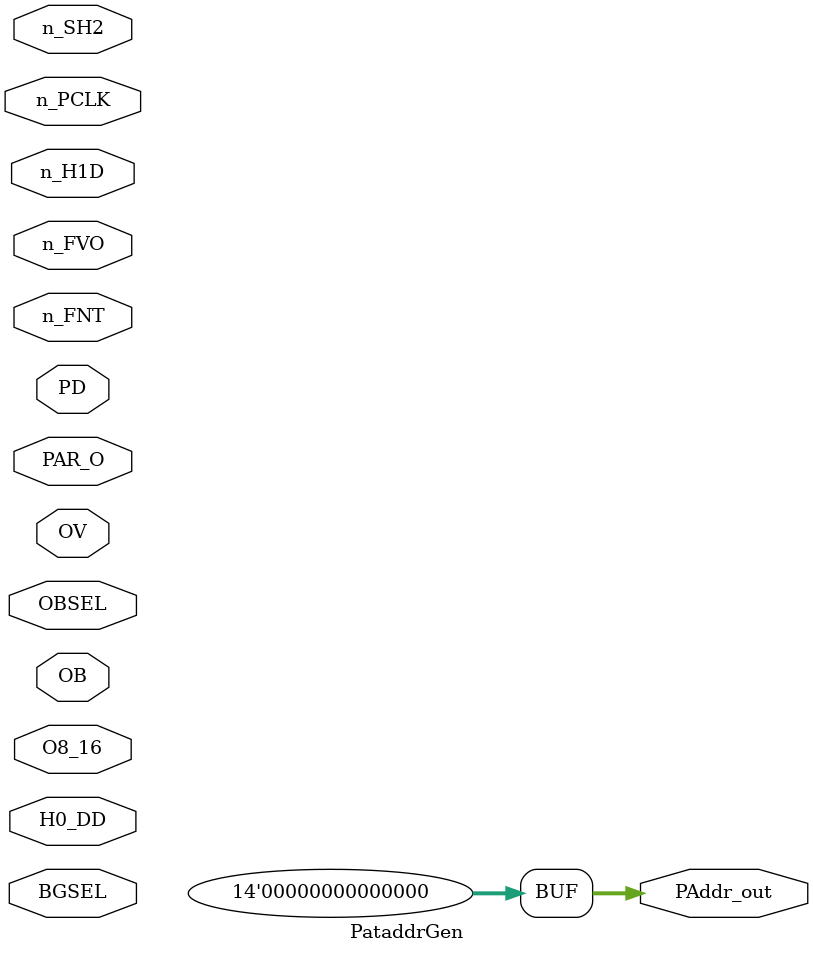
<source format=v>
module PataddrGen(	// file.cleaned.mlir:2:3
  input         n_PCLK,	// file.cleaned.mlir:2:28
                H0_DD,	// file.cleaned.mlir:2:45
                n_FNT,	// file.cleaned.mlir:2:61
                BGSEL,	// file.cleaned.mlir:2:77
                OBSEL,	// file.cleaned.mlir:2:93
                O8_16,	// file.cleaned.mlir:2:109
                PAR_O,	// file.cleaned.mlir:2:125
                n_SH2,	// file.cleaned.mlir:2:141
                n_H1D,	// file.cleaned.mlir:2:157
  input  [7:0]  OB,	// file.cleaned.mlir:2:173
                PD,	// file.cleaned.mlir:2:186
  input  [3:0]  OV,	// file.cleaned.mlir:2:199
  input  [2:0]  n_FVO,	// file.cleaned.mlir:2:212
  output [13:0] PAddr_out	// file.cleaned.mlir:2:229
);

  assign PAddr_out = 14'h0;	// file.cleaned.mlir:3:15, :4:5
endmodule


</source>
